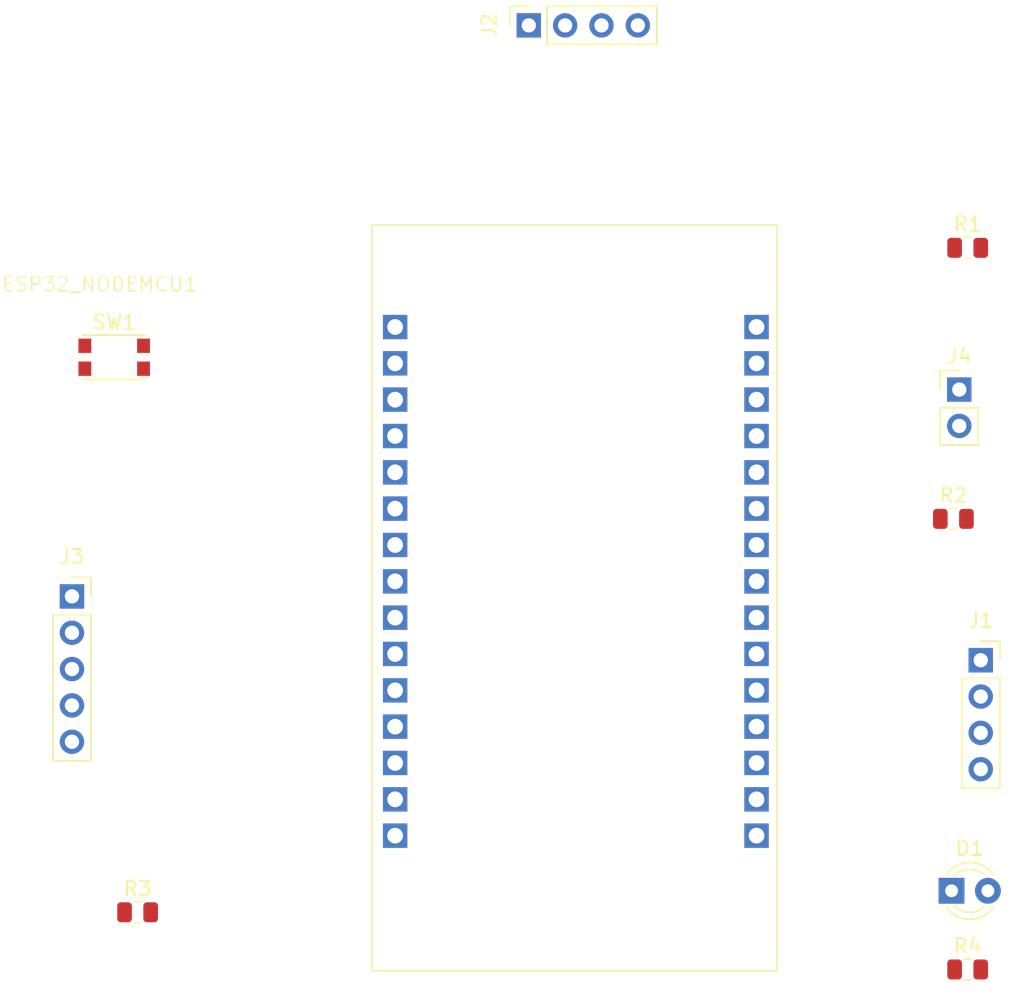
<source format=kicad_pcb>
(kicad_pcb (version 20240108) (generator "pcbnew") (generator_version "8.0")
  (title_block (title "IoT_Station"))
  (layers (0 "F.Cu" signal) (31 "B.Cu" signal) (34 "B.Paste" user) (35 "F.Paste" user) (36 "B.SilkS" user "B.Silkscreen") (37 "F.SilkS" user "F.Silkscreen") (38 "B.Mask" user) (39 "F.Mask" user) (44 "Edge.Cuts" user))
  (net 0 "")
  (net 23 "GND")
  (net 24 "Net-(D1-A)")
  (net 25 "SDA")
  (net 26 "3V3")
  (net 27 "5V")
  (net 28 "SCL")
  (net 29 "Net-(ESP32_NODEMCU1-D27)")
  (net 30 "SIG_PIR")
  (footprint "Connector_PinSocket_2.54mm:PinSocket_1x04_P2.54mm_Vertical" (layer "F.Cu") (at 140.42 47 90)
    (property "Reference" "J2" (at 0 -2.77 90) (layer "F.SilkS"))
    (property "Value" "PIR")
    (fp_line (start 1.33 -1.33) (end 1.33 0) (stroke (width 0.12)) (layer "F.SilkS"))
    (fp_line (start 0 -1.33) (end 1.33 -1.33) (stroke (width 0.12)) (layer "F.SilkS"))
    (fp_line (start 1.33 1.27) (end 1.33 8.95) (stroke (width 0.12)) (layer "F.SilkS"))
    (fp_line (start -1.33 1.27) (end 1.33 1.27) (stroke (width 0.12)) (layer "F.SilkS"))
    (fp_line (start -1.33 1.27) (end -1.33 8.95) (stroke (width 0.12)) (layer "F.SilkS"))
    (fp_line (start -1.33 8.95) (end 1.33 8.95) (stroke (width 0.12)) (layer "F.SilkS"))
    (pad "1" thru_hole rect (at 0 0 90) (size 1.7 1.7) (drill 1) (layers "*.Cu" "*.Mask" "In1.Cu" "In2.Cu" "In3.Cu" "In4.Cu" "In5.Cu" "In6.Cu" "In7.Cu" "In8.Cu" "In9.Cu" "In10.Cu" "In11.Cu" "In12.Cu" "In13.Cu" "In14.Cu" "In15.Cu" "In16.Cu" "In17.Cu" "In18.Cu" "In19.Cu" "In20.Cu" "In21.Cu" "In22.Cu" "In23.Cu" "In24.Cu" "In25.Cu" "In26.Cu" "In27.Cu" "In28.Cu" "In29.Cu" "In30.Cu") (net 23 "GND"))
    (pad "2" thru_hole oval (at 0 2.54 90) (size 1.7 1.7) (drill 1) (layers "*.Cu" "*.Mask" "In1.Cu" "In2.Cu" "In3.Cu" "In4.Cu" "In5.Cu" "In6.Cu" "In7.Cu" "In8.Cu" "In9.Cu" "In10.Cu" "In11.Cu" "In12.Cu" "In13.Cu" "In14.Cu" "In15.Cu" "In16.Cu" "In17.Cu" "In18.Cu" "In19.Cu" "In20.Cu" "In21.Cu" "In22.Cu" "In23.Cu" "In24.Cu" "In25.Cu" "In26.Cu" "In27.Cu" "In28.Cu" "In29.Cu" "In30.Cu") (net 27 "5V"))
    (pad "3" thru_hole oval (at 0 5.08 90) (size 1.7 1.7) (drill 1) (layers "*.Cu" "*.Mask" "In1.Cu" "In2.Cu" "In3.Cu" "In4.Cu" "In5.Cu" "In6.Cu" "In7.Cu" "In8.Cu" "In9.Cu" "In10.Cu" "In11.Cu" "In12.Cu" "In13.Cu" "In14.Cu" "In15.Cu" "In16.Cu" "In17.Cu" "In18.Cu" "In19.Cu" "In20.Cu" "In21.Cu" "In22.Cu" "In23.Cu" "In24.Cu" "In25.Cu" "In26.Cu" "In27.Cu" "In28.Cu" "In29.Cu" "In30.Cu") (net 23 "GND"))
    (pad "4" thru_hole oval (at 0 7.62 90) (size 1.7 1.7) (drill 1) (layers "*.Cu" "*.Mask" "In1.Cu" "In2.Cu" "In3.Cu" "In4.Cu" "In5.Cu" "In6.Cu" "In7.Cu" "In8.Cu" "In9.Cu" "In10.Cu" "In11.Cu" "In12.Cu" "In13.Cu" "In14.Cu" "In15.Cu" "In16.Cu" "In17.Cu" "In18.Cu" "In19.Cu" "In20.Cu" "In21.Cu" "In22.Cu" "In23.Cu" "In24.Cu" "In25.Cu" "In26.Cu" "In27.Cu" "In28.Cu" "In29.Cu" "In30.Cu") (net 30 "SIG_PIR"))
  )
  (footprint "Button_Switch_SMD:SW_Push_1P1T_NO_CK_KMR2" (layer "F.Cu") (at 111.45 70.2)
    (property "Reference" "SW1" (at 0 -2.45 0) (layer "F.SilkS"))
    (property "Value" "custom_button")
    (fp_line (start -2.2 0.05) (end -2.2 -0.05) (stroke (width 0.12)) (layer "F.SilkS"))
    (fp_line (start -2.2 1.55) (end 2.2 1.55) (stroke (width 0.12)) (layer "F.SilkS"))
    (fp_line (start 2.2 -1.55) (end -2.2 -1.55) (stroke (width 0.12)) (layer "F.SilkS"))
    (fp_line (start 2.2 0.05) (end 2.2 -0.05) (stroke (width 0.12)) (layer "F.SilkS"))
    (pad "1" smd rect (at -2.05 -0.8) (size 0.9 1) (layers "F.Cu" "F.Paste" "F.Mask") (net 26 "3V3"))
    (pad "1" smd rect (at 2.05 -0.8) (size 0.9 1) (layers "F.Cu" "F.Paste" "F.Mask") (net 26 "3V3"))
    (pad "2" smd rect (at -2.05 0.8) (size 0.9 1) (layers "F.Cu" "F.Paste" "F.Mask") (net 29 "Net-(ESP32_NODEMCU1-D27)"))
    (pad "2" smd rect (at 2.05 0.8) (size 0.9 1) (layers "F.Cu" "F.Paste" "F.Mask") (net 29 "Net-(ESP32_NODEMCU1-D27)"))
  )
  (footprint "Resistor_SMD:R_0805_2012Metric" (layer "F.Cu") (at 171.0875 62.55)
    (property "Reference" "R1" (at 0 -1.65 0) (layer "F.SilkS"))
    (property "Value" "10k")
    (fp_line (start -0.227064 -0.735) (end 0.227064 -0.735) (stroke (width 0.12)) (layer "F.SilkS"))
    (fp_line (start -0.227064 0.735) (end 0.227064 0.735) (stroke (width 0.12)) (layer "F.SilkS"))
    (pad "1" smd roundrect (at -0.9125 0) (size 1.025 1.4) (layers "F.Cu" "F.Paste" "F.Mask") (roundrect_rratio 0.243902) (net 27 "5V"))
    (pad "2" smd roundrect (at 0.9125 0) (size 1.025 1.4) (layers "F.Cu" "F.Paste" "F.Mask") (roundrect_rratio 0.243902) (net 28 "SCL"))
  )
  (footprint "Resistor_SMD:R_0805_2012Metric" (layer "F.Cu") (at 171.0875 113)
    (property "Reference" "R4" (at 0 -1.65 0) (layer "F.SilkS"))
    (property "Value" "1k")
    (fp_line (start -0.227064 -0.735) (end 0.227064 -0.735) (stroke (width 0.12)) (layer "F.SilkS"))
    (fp_line (start -0.227064 0.735) (end 0.227064 0.735) (stroke (width 0.12)) (layer "F.SilkS"))
    (pad "1" smd roundrect (at -0.9125 0) (size 1.025 1.4) (layers "F.Cu" "F.Paste" "F.Mask") (roundrect_rratio 0.243902) (net 27 "5V"))
    (pad "2" smd roundrect (at 0.9125 0) (size 1.025 1.4) (layers "F.Cu" "F.Paste" "F.Mask") (roundrect_rratio 0.243902) (net 24 "Net-(D1-A)"))
  )
  (footprint "LED_THT:LED_D3.0mm" (layer "F.Cu") (at 169.96 107.5)
    (property "Reference" "D1" (at 1.27 -2.96 0) (layer "F.SilkS"))
    (property "Value" "power_led")
    (fp_line (start -0.29 -1.236) (end -0.29 -1.08) (stroke (width 0.12)) (layer "F.SilkS"))
    (fp_line (start -0.29 1.08) (end -0.29 1.236) (stroke (width 0.12)) (layer "F.SilkS"))
    (fp_arc (start -0.29 -1.235516) (mid 1.365624 -1.987701) (end 2.941397 -1.080061) (stroke (width 0.12)) (layer "F.SilkS"))
    (fp_arc (start 0.229039 -1.08) (mid 1.269964 -1.5) (end 2.31091 -1.080049) (stroke (width 0.12)) (layer "F.SilkS"))
    (fp_arc (start 2.31091 1.080049) (mid 1.269964 1.5) (end 0.229039 1.08) (stroke (width 0.12)) (layer "F.SilkS"))
    (fp_arc (start 2.941397 1.080061) (mid 1.365624 1.987701) (end -0.29 1.235516) (stroke (width 0.12)) (layer "F.SilkS"))
    (pad "1" thru_hole rect (at 0 0) (size 1.8 1.8) (drill 0.9) (layers "*.Cu" "*.Mask" "In1.Cu" "In2.Cu" "In3.Cu" "In4.Cu" "In5.Cu" "In6.Cu" "In7.Cu" "In8.Cu" "In9.Cu" "In10.Cu" "In11.Cu" "In12.Cu" "In13.Cu" "In14.Cu" "In15.Cu" "In16.Cu" "In17.Cu" "In18.Cu" "In19.Cu" "In20.Cu" "In21.Cu" "In22.Cu" "In23.Cu" "In24.Cu" "In25.Cu" "In26.Cu" "In27.Cu" "In28.Cu" "In29.Cu" "In30.Cu") (net 23 "GND"))
    (pad "2" thru_hole circle (at 2.54 0) (size 1.8 1.8) (drill 0.9) (layers "*.Cu" "*.Mask" "In1.Cu" "In2.Cu" "In3.Cu" "In4.Cu" "In5.Cu" "In6.Cu" "In7.Cu" "In8.Cu" "In9.Cu" "In10.Cu" "In11.Cu" "In12.Cu" "In13.Cu" "In14.Cu" "In15.Cu" "In16.Cu" "In17.Cu" "In18.Cu" "In19.Cu" "In20.Cu" "In21.Cu" "In22.Cu" "In23.Cu" "In24.Cu" "In25.Cu" "In26.Cu" "In27.Cu" "In28.Cu" "In29.Cu" "In30.Cu") (net 24 "Net-(D1-A)"))
  )
  (footprint "_myLibrary:ESP32_NODEMCU" (layer "F.Cu") (at 129.4295 61.1)
    (property "Reference" "ESP32_NODEMCU1" (at -19 4 0) (layer "F.SilkS") (effects (font (thickness 0.1))))
    (property "Value" "ESP32_NODEMCU")
    (fp_rect (start 0.02 -0.14) (end 28.341 52) (stroke (width 0.1)) (fill none) (layer "F.SilkS"))
    (pad "1" thru_hole rect (at 1.651 6.985) (size 1.7 1.7) (drill 1.1) (layers "*.Cu" "*.Mask" "In1.Cu" "In2.Cu" "In3.Cu" "In4.Cu" "In5.Cu" "In6.Cu" "In7.Cu" "In8.Cu" "In9.Cu" "In10.Cu" "In11.Cu" "In12.Cu" "In13.Cu" "In14.Cu" "In15.Cu" "In16.Cu" "In17.Cu" "In18.Cu" "In19.Cu" "In20.Cu" "In21.Cu" "In22.Cu" "In23.Cu" "In24.Cu" "In25.Cu" "In26.Cu" "In27.Cu" "In28.Cu" "In29.Cu" "In30.Cu"))
    (pad "2" thru_hole rect (at 1.651 9.525) (size 1.7 1.7) (drill 1.1) (layers "*.Cu" "*.Mask" "In1.Cu" "In2.Cu" "In3.Cu" "In4.Cu" "In5.Cu" "In6.Cu" "In7.Cu" "In8.Cu" "In9.Cu" "In10.Cu" "In11.Cu" "In12.Cu" "In13.Cu" "In14.Cu" "In15.Cu" "In16.Cu" "In17.Cu" "In18.Cu" "In19.Cu" "In20.Cu" "In21.Cu" "In22.Cu" "In23.Cu" "In24.Cu" "In25.Cu" "In26.Cu" "In27.Cu" "In28.Cu" "In29.Cu" "In30.Cu"))
    (pad "3" thru_hole rect (at 1.651 12.065) (size 1.7 1.7) (drill 1.1) (layers "*.Cu" "*.Mask" "In1.Cu" "In2.Cu" "In3.Cu" "In4.Cu" "In5.Cu" "In6.Cu" "In7.Cu" "In8.Cu" "In9.Cu" "In10.Cu" "In11.Cu" "In12.Cu" "In13.Cu" "In14.Cu" "In15.Cu" "In16.Cu" "In17.Cu" "In18.Cu" "In19.Cu" "In20.Cu" "In21.Cu" "In22.Cu" "In23.Cu" "In24.Cu" "In25.Cu" "In26.Cu" "In27.Cu" "In28.Cu" "In29.Cu" "In30.Cu"))
    (pad "4" thru_hole rect (at 1.651 14.605) (size 1.7 1.7) (drill 1.1) (layers "*.Cu" "*.Mask" "In1.Cu" "In2.Cu" "In3.Cu" "In4.Cu" "In5.Cu" "In6.Cu" "In7.Cu" "In8.Cu" "In9.Cu" "In10.Cu" "In11.Cu" "In12.Cu" "In13.Cu" "In14.Cu" "In15.Cu" "In16.Cu" "In17.Cu" "In18.Cu" "In19.Cu" "In20.Cu" "In21.Cu" "In22.Cu" "In23.Cu" "In24.Cu" "In25.Cu" "In26.Cu" "In27.Cu" "In28.Cu" "In29.Cu" "In30.Cu"))
    (pad "5" thru_hole rect (at 1.651 17.145) (size 1.7 1.7) (drill 1.1) (layers "*.Cu" "*.Mask" "In1.Cu" "In2.Cu" "In3.Cu" "In4.Cu" "In5.Cu" "In6.Cu" "In7.Cu" "In8.Cu" "In9.Cu" "In10.Cu" "In11.Cu" "In12.Cu" "In13.Cu" "In14.Cu" "In15.Cu" "In16.Cu" "In17.Cu" "In18.Cu" "In19.Cu" "In20.Cu" "In21.Cu" "In22.Cu" "In23.Cu" "In24.Cu" "In25.Cu" "In26.Cu" "In27.Cu" "In28.Cu" "In29.Cu" "In30.Cu"))
    (pad "6" thru_hole rect (at 1.651 19.685) (size 1.7 1.7) (drill 1.1) (layers "*.Cu" "*.Mask" "In1.Cu" "In2.Cu" "In3.Cu" "In4.Cu" "In5.Cu" "In6.Cu" "In7.Cu" "In8.Cu" "In9.Cu" "In10.Cu" "In11.Cu" "In12.Cu" "In13.Cu" "In14.Cu" "In15.Cu" "In16.Cu" "In17.Cu" "In18.Cu" "In19.Cu" "In20.Cu" "In21.Cu" "In22.Cu" "In23.Cu" "In24.Cu" "In25.Cu" "In26.Cu" "In27.Cu" "In28.Cu" "In29.Cu" "In30.Cu"))
    (pad "7" thru_hole rect (at 1.651 22.225) (size 1.7 1.7) (drill 1.1) (layers "*.Cu" "*.Mask" "In1.Cu" "In2.Cu" "In3.Cu" "In4.Cu" "In5.Cu" "In6.Cu" "In7.Cu" "In8.Cu" "In9.Cu" "In10.Cu" "In11.Cu" "In12.Cu" "In13.Cu" "In14.Cu" "In15.Cu" "In16.Cu" "In17.Cu" "In18.Cu" "In19.Cu" "In20.Cu" "In21.Cu" "In22.Cu" "In23.Cu" "In24.Cu" "In25.Cu" "In26.Cu" "In27.Cu" "In28.Cu" "In29.Cu" "In30.Cu"))
    (pad "8" thru_hole rect (at 1.651 24.765) (size 1.7 1.7) (drill 1.1) (layers "*.Cu" "*.Mask" "In1.Cu" "In2.Cu" "In3.Cu" "In4.Cu" "In5.Cu" "In6.Cu" "In7.Cu" "In8.Cu" "In9.Cu" "In10.Cu" "In11.Cu" "In12.Cu" "In13.Cu" "In14.Cu" "In15.Cu" "In16.Cu" "In17.Cu" "In18.Cu" "In19.Cu" "In20.Cu" "In21.Cu" "In22.Cu" "In23.Cu" "In24.Cu" "In25.Cu" "In26.Cu" "In27.Cu" "In28.Cu" "In29.Cu" "In30.Cu"))
    (pad "9" thru_hole rect (at 1.651 27.305) (size 1.7 1.7) (drill 1.1) (layers "*.Cu" "*.Mask" "In1.Cu" "In2.Cu" "In3.Cu" "In4.Cu" "In5.Cu" "In6.Cu" "In7.Cu" "In8.Cu" "In9.Cu" "In10.Cu" "In11.Cu" "In12.Cu" "In13.Cu" "In14.Cu" "In15.Cu" "In16.Cu" "In17.Cu" "In18.Cu" "In19.Cu" "In20.Cu" "In21.Cu" "In22.Cu" "In23.Cu" "In24.Cu" "In25.Cu" "In26.Cu" "In27.Cu" "In28.Cu" "In29.Cu" "In30.Cu"))
    (pad "10" thru_hole rect (at 1.651 29.845) (size 1.7 1.7) (drill 1.1) (layers "*.Cu" "*.Mask" "In1.Cu" "In2.Cu" "In3.Cu" "In4.Cu" "In5.Cu" "In6.Cu" "In7.Cu" "In8.Cu" "In9.Cu" "In10.Cu" "In11.Cu" "In12.Cu" "In13.Cu" "In14.Cu" "In15.Cu" "In16.Cu" "In17.Cu" "In18.Cu" "In19.Cu" "In20.Cu" "In21.Cu" "In22.Cu" "In23.Cu" "In24.Cu" "In25.Cu" "In26.Cu" "In27.Cu" "In28.Cu" "In29.Cu" "In30.Cu") (net 29 "Net-(ESP32_NODEMCU1-D27)"))
    (pad "11" thru_hole rect (at 1.651 32.385) (size 1.7 1.7) (drill 1.1) (layers "*.Cu" "*.Mask" "In1.Cu" "In2.Cu" "In3.Cu" "In4.Cu" "In5.Cu" "In6.Cu" "In7.Cu" "In8.Cu" "In9.Cu" "In10.Cu" "In11.Cu" "In12.Cu" "In13.Cu" "In14.Cu" "In15.Cu" "In16.Cu" "In17.Cu" "In18.Cu" "In19.Cu" "In20.Cu" "In21.Cu" "In22.Cu" "In23.Cu" "In24.Cu" "In25.Cu" "In26.Cu" "In27.Cu" "In28.Cu" "In29.Cu" "In30.Cu"))
    (pad "12" thru_hole rect (at 1.651 34.925) (size 1.7 1.7) (drill 1.1) (layers "*.Cu" "*.Mask" "In1.Cu" "In2.Cu" "In3.Cu" "In4.Cu" "In5.Cu" "In6.Cu" "In7.Cu" "In8.Cu" "In9.Cu" "In10.Cu" "In11.Cu" "In12.Cu" "In13.Cu" "In14.Cu" "In15.Cu" "In16.Cu" "In17.Cu" "In18.Cu" "In19.Cu" "In20.Cu" "In21.Cu" "In22.Cu" "In23.Cu" "In24.Cu" "In25.Cu" "In26.Cu" "In27.Cu" "In28.Cu" "In29.Cu" "In30.Cu"))
    (pad "13" thru_hole rect (at 1.651 37.465) (size 1.7 1.7) (drill 1.1) (layers "*.Cu" "*.Mask" "In1.Cu" "In2.Cu" "In3.Cu" "In4.Cu" "In5.Cu" "In6.Cu" "In7.Cu" "In8.Cu" "In9.Cu" "In10.Cu" "In11.Cu" "In12.Cu" "In13.Cu" "In14.Cu" "In15.Cu" "In16.Cu" "In17.Cu" "In18.Cu" "In19.Cu" "In20.Cu" "In21.Cu" "In22.Cu" "In23.Cu" "In24.Cu" "In25.Cu" "In26.Cu" "In27.Cu" "In28.Cu" "In29.Cu" "In30.Cu"))
    (pad "14" thru_hole rect (at 1.651 40.005) (size 1.7 1.7) (drill 1.1) (layers "*.Cu" "*.Mask" "In1.Cu" "In2.Cu" "In3.Cu" "In4.Cu" "In5.Cu" "In6.Cu" "In7.Cu" "In8.Cu" "In9.Cu" "In10.Cu" "In11.Cu" "In12.Cu" "In13.Cu" "In14.Cu" "In15.Cu" "In16.Cu" "In17.Cu" "In18.Cu" "In19.Cu" "In20.Cu" "In21.Cu" "In22.Cu" "In23.Cu" "In24.Cu" "In25.Cu" "In26.Cu" "In27.Cu" "In28.Cu" "In29.Cu" "In30.Cu") (net 23 "GND"))
    (pad "15" thru_hole rect (at 1.651 42.545) (size 1.7 1.7) (drill 1.1) (layers "*.Cu" "*.Mask" "In1.Cu" "In2.Cu" "In3.Cu" "In4.Cu" "In5.Cu" "In6.Cu" "In7.Cu" "In8.Cu" "In9.Cu" "In10.Cu" "In11.Cu" "In12.Cu" "In13.Cu" "In14.Cu" "In15.Cu" "In16.Cu" "In17.Cu" "In18.Cu" "In19.Cu" "In20.Cu" "In21.Cu" "In22.Cu" "In23.Cu" "In24.Cu" "In25.Cu" "In26.Cu" "In27.Cu" "In28.Cu" "In29.Cu" "In30.Cu") (net 27 "5V"))
    (pad "16" thru_hole rect (at 26.903598 42.545) (size 1.7 1.7) (drill 1.1) (layers "*.Cu" "*.Mask" "In1.Cu" "In2.Cu" "In3.Cu" "In4.Cu" "In5.Cu" "In6.Cu" "In7.Cu" "In8.Cu" "In9.Cu" "In10.Cu" "In11.Cu" "In12.Cu" "In13.Cu" "In14.Cu" "In15.Cu" "In16.Cu" "In17.Cu" "In18.Cu" "In19.Cu" "In20.Cu" "In21.Cu" "In22.Cu" "In23.Cu" "In24.Cu" "In25.Cu" "In26.Cu" "In27.Cu" "In28.Cu" "In29.Cu" "In30.Cu") (net 26 "3V3"))
    (pad "17" thru_hole rect (at 26.903598 40.005) (size 1.7 1.7) (drill 1.1) (layers "*.Cu" "*.Mask" "In1.Cu" "In2.Cu" "In3.Cu" "In4.Cu" "In5.Cu" "In6.Cu" "In7.Cu" "In8.Cu" "In9.Cu" "In10.Cu" "In11.Cu" "In12.Cu" "In13.Cu" "In14.Cu" "In15.Cu" "In16.Cu" "In17.Cu" "In18.Cu" "In19.Cu" "In20.Cu" "In21.Cu" "In22.Cu" "In23.Cu" "In24.Cu" "In25.Cu" "In26.Cu" "In27.Cu" "In28.Cu" "In29.Cu" "In30.Cu") (net 23 "GND"))
    (pad "18" thru_hole rect (at 26.903598 37.465) (size 1.7 1.7) (drill 1.1) (layers "*.Cu" "*.Mask" "In1.Cu" "In2.Cu" "In3.Cu" "In4.Cu" "In5.Cu" "In6.Cu" "In7.Cu" "In8.Cu" "In9.Cu" "In10.Cu" "In11.Cu" "In12.Cu" "In13.Cu" "In14.Cu" "In15.Cu" "In16.Cu" "In17.Cu" "In18.Cu" "In19.Cu" "In20.Cu" "In21.Cu" "In22.Cu" "In23.Cu" "In24.Cu" "In25.Cu" "In26.Cu" "In27.Cu" "In28.Cu" "In29.Cu" "In30.Cu"))
    (pad "19" thru_hole rect (at 26.903598 34.925) (size 1.7 1.7) (drill 1.1) (layers "*.Cu" "*.Mask" "In1.Cu" "In2.Cu" "In3.Cu" "In4.Cu" "In5.Cu" "In6.Cu" "In7.Cu" "In8.Cu" "In9.Cu" "In10.Cu" "In11.Cu" "In12.Cu" "In13.Cu" "In14.Cu" "In15.Cu" "In16.Cu" "In17.Cu" "In18.Cu" "In19.Cu" "In20.Cu" "In21.Cu" "In22.Cu" "In23.Cu" "In24.Cu" "In25.Cu" "In26.Cu" "In27.Cu" "In28.Cu" "In29.Cu" "In30.Cu"))
    (pad "20" thru_hole rect (at 26.903598 32.385) (size 1.7 1.7) (drill 1.1) (layers "*.Cu" "*.Mask" "In1.Cu" "In2.Cu" "In3.Cu" "In4.Cu" "In5.Cu" "In6.Cu" "In7.Cu" "In8.Cu" "In9.Cu" "In10.Cu" "In11.Cu" "In12.Cu" "In13.Cu" "In14.Cu" "In15.Cu" "In16.Cu" "In17.Cu" "In18.Cu" "In19.Cu" "In20.Cu" "In21.Cu" "In22.Cu" "In23.Cu" "In24.Cu" "In25.Cu" "In26.Cu" "In27.Cu" "In28.Cu" "In29.Cu" "In30.Cu"))
    (pad "21" thru_hole rect (at 26.903598 29.845) (size 1.7 1.7) (drill 1.1) (layers "*.Cu" "*.Mask" "In1.Cu" "In2.Cu" "In3.Cu" "In4.Cu" "In5.Cu" "In6.Cu" "In7.Cu" "In8.Cu" "In9.Cu" "In10.Cu" "In11.Cu" "In12.Cu" "In13.Cu" "In14.Cu" "In15.Cu" "In16.Cu" "In17.Cu" "In18.Cu" "In19.Cu" "In20.Cu" "In21.Cu" "In22.Cu" "In23.Cu" "In24.Cu" "In25.Cu" "In26.Cu" "In27.Cu" "In28.Cu" "In29.Cu" "In30.Cu"))
    (pad "22" thru_hole rect (at 26.903598 27.305) (size 1.7 1.7) (drill 1.1) (layers "*.Cu" "*.Mask" "In1.Cu" "In2.Cu" "In3.Cu" "In4.Cu" "In5.Cu" "In6.Cu" "In7.Cu" "In8.Cu" "In9.Cu" "In10.Cu" "In11.Cu" "In12.Cu" "In13.Cu" "In14.Cu" "In15.Cu" "In16.Cu" "In17.Cu" "In18.Cu" "In19.Cu" "In20.Cu" "In21.Cu" "In22.Cu" "In23.Cu" "In24.Cu" "In25.Cu" "In26.Cu" "In27.Cu" "In28.Cu" "In29.Cu" "In30.Cu"))
    (pad "23" thru_hole rect (at 26.903598 24.765) (size 1.7 1.7) (drill 1.1) (layers "*.Cu" "*.Mask" "In1.Cu" "In2.Cu" "In3.Cu" "In4.Cu" "In5.Cu" "In6.Cu" "In7.Cu" "In8.Cu" "In9.Cu" "In10.Cu" "In11.Cu" "In12.Cu" "In13.Cu" "In14.Cu" "In15.Cu" "In16.Cu" "In17.Cu" "In18.Cu" "In19.Cu" "In20.Cu" "In21.Cu" "In22.Cu" "In23.Cu" "In24.Cu" "In25.Cu" "In26.Cu" "In27.Cu" "In28.Cu" "In29.Cu" "In30.Cu"))
    (pad "24" thru_hole rect (at 26.903598 22.225) (size 1.7 1.7) (drill 1.1) (layers "*.Cu" "*.Mask" "In1.Cu" "In2.Cu" "In3.Cu" "In4.Cu" "In5.Cu" "In6.Cu" "In7.Cu" "In8.Cu" "In9.Cu" "In10.Cu" "In11.Cu" "In12.Cu" "In13.Cu" "In14.Cu" "In15.Cu" "In16.Cu" "In17.Cu" "In18.Cu" "In19.Cu" "In20.Cu" "In21.Cu" "In22.Cu" "In23.Cu" "In24.Cu" "In25.Cu" "In26.Cu" "In27.Cu" "In28.Cu" "In29.Cu" "In30.Cu"))
    (pad "25" thru_hole rect (at 26.903598 19.685) (size 1.7 1.7) (drill 1.1) (layers "*.Cu" "*.Mask" "In1.Cu" "In2.Cu" "In3.Cu" "In4.Cu" "In5.Cu" "In6.Cu" "In7.Cu" "In8.Cu" "In9.Cu" "In10.Cu" "In11.Cu" "In12.Cu" "In13.Cu" "In14.Cu" "In15.Cu" "In16.Cu" "In17.Cu" "In18.Cu" "In19.Cu" "In20.Cu" "In21.Cu" "In22.Cu" "In23.Cu" "In24.Cu" "In25.Cu" "In26.Cu" "In27.Cu" "In28.Cu" "In29.Cu" "In30.Cu") (net 30 "SIG_PIR"))
    (pad "26" thru_hole rect (at 26.903598 17.145) (size 1.7 1.7) (drill 1.1) (layers "*.Cu" "*.Mask" "In1.Cu" "In2.Cu" "In3.Cu" "In4.Cu" "In5.Cu" "In6.Cu" "In7.Cu" "In8.Cu" "In9.Cu" "In10.Cu" "In11.Cu" "In12.Cu" "In13.Cu" "In14.Cu" "In15.Cu" "In16.Cu" "In17.Cu" "In18.Cu" "In19.Cu" "In20.Cu" "In21.Cu" "In22.Cu" "In23.Cu" "In24.Cu" "In25.Cu" "In26.Cu" "In27.Cu" "In28.Cu" "In29.Cu" "In30.Cu") (net 25 "SDA"))
    (pad "27" thru_hole rect (at 26.903598 14.605) (size 1.7 1.7) (drill 1.1) (layers "*.Cu" "*.Mask" "In1.Cu" "In2.Cu" "In3.Cu" "In4.Cu" "In5.Cu" "In6.Cu" "In7.Cu" "In8.Cu" "In9.Cu" "In10.Cu" "In11.Cu" "In12.Cu" "In13.Cu" "In14.Cu" "In15.Cu" "In16.Cu" "In17.Cu" "In18.Cu" "In19.Cu" "In20.Cu" "In21.Cu" "In22.Cu" "In23.Cu" "In24.Cu" "In25.Cu" "In26.Cu" "In27.Cu" "In28.Cu" "In29.Cu" "In30.Cu"))
    (pad "28" thru_hole rect (at 26.903598 12.065) (size 1.7 1.7) (drill 1.1) (layers "*.Cu" "*.Mask" "In1.Cu" "In2.Cu" "In3.Cu" "In4.Cu" "In5.Cu" "In6.Cu" "In7.Cu" "In8.Cu" "In9.Cu" "In10.Cu" "In11.Cu" "In12.Cu" "In13.Cu" "In14.Cu" "In15.Cu" "In16.Cu" "In17.Cu" "In18.Cu" "In19.Cu" "In20.Cu" "In21.Cu" "In22.Cu" "In23.Cu" "In24.Cu" "In25.Cu" "In26.Cu" "In27.Cu" "In28.Cu" "In29.Cu" "In30.Cu"))
    (pad "29" thru_hole rect (at 26.903598 9.525) (size 1.7 1.7) (drill 1.1) (layers "*.Cu" "*.Mask" "In1.Cu" "In2.Cu" "In3.Cu" "In4.Cu" "In5.Cu" "In6.Cu" "In7.Cu" "In8.Cu" "In9.Cu" "In10.Cu" "In11.Cu" "In12.Cu" "In13.Cu" "In14.Cu" "In15.Cu" "In16.Cu" "In17.Cu" "In18.Cu" "In19.Cu" "In20.Cu" "In21.Cu" "In22.Cu" "In23.Cu" "In24.Cu" "In25.Cu" "In26.Cu" "In27.Cu" "In28.Cu" "In29.Cu" "In30.Cu") (net 28 "SCL"))
    (pad "30" thru_hole rect (at 26.903598 6.985) (size 1.7 1.7) (drill 1.1) (layers "*.Cu" "*.Mask" "In1.Cu" "In2.Cu" "In3.Cu" "In4.Cu" "In5.Cu" "In6.Cu" "In7.Cu" "In8.Cu" "In9.Cu" "In10.Cu" "In11.Cu" "In12.Cu" "In13.Cu" "In14.Cu" "In15.Cu" "In16.Cu" "In17.Cu" "In18.Cu" "In19.Cu" "In20.Cu" "In21.Cu" "In22.Cu" "In23.Cu" "In24.Cu" "In25.Cu" "In26.Cu" "In27.Cu" "In28.Cu" "In29.Cu" "In30.Cu"))
  )
  (footprint "Resistor_SMD:R_0805_2012Metric" (layer "F.Cu") (at 170.0875 81.5)
    (property "Reference" "R2" (at 0 -1.65 0) (layer "F.SilkS"))
    (property "Value" "10k")
    (fp_line (start -0.227064 -0.735) (end 0.227064 -0.735) (stroke (width 0.12)) (layer "F.SilkS"))
    (fp_line (start -0.227064 0.735) (end 0.227064 0.735) (stroke (width 0.12)) (layer "F.SilkS"))
    (pad "1" smd roundrect (at -0.9125 0) (size 1.025 1.4) (layers "F.Cu" "F.Paste" "F.Mask") (roundrect_rratio 0.243902) (net 27 "5V"))
    (pad "2" smd roundrect (at 0.9125 0) (size 1.025 1.4) (layers "F.Cu" "F.Paste" "F.Mask") (roundrect_rratio 0.243902) (net 25 "SDA"))
  )
  (footprint "Connector_PinHeader_2.54mm:PinHeader_1x02_P2.54mm_Vertical" (layer "F.Cu") (at 170.5 72.46)
    (property "Reference" "J4" (at 0 -2.33 0) (layer "F.SilkS"))
    (property "Value" "I2C")
    (fp_line (start -1.33 -1.33) (end 0 -1.33) (stroke (width 0.12)) (layer "F.SilkS"))
    (fp_line (start -1.33 0) (end -1.33 -1.33) (stroke (width 0.12)) (layer "F.SilkS"))
    (fp_line (start -1.33 1.27) (end -1.33 3.87) (stroke (width 0.12)) (layer "F.SilkS"))
    (fp_line (start -1.33 1.27) (end 1.33 1.27) (stroke (width 0.12)) (layer "F.SilkS"))
    (fp_line (start -1.33 3.87) (end 1.33 3.87) (stroke (width 0.12)) (layer "F.SilkS"))
    (fp_line (start 1.33 1.27) (end 1.33 3.87) (stroke (width 0.12)) (layer "F.SilkS"))
    (pad "1" thru_hole rect (at 0 0) (size 1.7 1.7) (drill 1) (layers "*.Cu" "*.Mask" "In1.Cu" "In2.Cu" "In3.Cu" "In4.Cu" "In5.Cu" "In6.Cu" "In7.Cu" "In8.Cu" "In9.Cu" "In10.Cu" "In11.Cu" "In12.Cu" "In13.Cu" "In14.Cu" "In15.Cu" "In16.Cu" "In17.Cu" "In18.Cu" "In19.Cu" "In20.Cu" "In21.Cu" "In22.Cu" "In23.Cu" "In24.Cu" "In25.Cu" "In26.Cu" "In27.Cu" "In28.Cu" "In29.Cu" "In30.Cu") (net 28 "SCL"))
    (pad "2" thru_hole oval (at 0 2.54) (size 1.7 1.7) (drill 1) (layers "*.Cu" "*.Mask" "In1.Cu" "In2.Cu" "In3.Cu" "In4.Cu" "In5.Cu" "In6.Cu" "In7.Cu" "In8.Cu" "In9.Cu" "In10.Cu" "In11.Cu" "In12.Cu" "In13.Cu" "In14.Cu" "In15.Cu" "In16.Cu" "In17.Cu" "In18.Cu" "In19.Cu" "In20.Cu" "In21.Cu" "In22.Cu" "In23.Cu" "In24.Cu" "In25.Cu" "In26.Cu" "In27.Cu" "In28.Cu" "In29.Cu" "In30.Cu") (net 25 "SDA"))
  )
  (footprint "Resistor_SMD:R_0805_2012Metric" (layer "F.Cu") (at 113.0875 109)
    (property "Reference" "R3" (at 0 -1.65 0) (layer "F.SilkS"))
    (property "Value" "1k")
    (fp_line (start -0.227064 -0.735) (end 0.227064 -0.735) (stroke (width 0.12)) (layer "F.SilkS"))
    (fp_line (start -0.227064 0.735) (end 0.227064 0.735) (stroke (width 0.12)) (layer "F.SilkS"))
    (pad "1" smd roundrect (at -0.9125 0) (size 1.025 1.4) (layers "F.Cu" "F.Paste" "F.Mask") (roundrect_rratio 0.243902) (net 29 "Net-(ESP32_NODEMCU1-D27)"))
    (pad "2" smd roundrect (at 0.9125 0) (size 1.025 1.4) (layers "F.Cu" "F.Paste" "F.Mask") (roundrect_rratio 0.243902) (net 23 "GND"))
  )
  (footprint "Connector_PinSocket_2.54mm:PinSocket_1x05_P2.54mm_Vertical" (layer "F.Cu") (at 108.5 86.92)
    (property "Reference" "J3" (at 0 -2.77 0) (layer "F.SilkS"))
    (property "Value" "BH1750")
    (fp_line (start -1.33 1.27) (end -1.33 11.49) (stroke (width 0.12)) (layer "F.SilkS"))
    (fp_line (start -1.33 1.27) (end 1.33 1.27) (stroke (width 0.12)) (layer "F.SilkS"))
    (fp_line (start -1.33 11.49) (end 1.33 11.49) (stroke (width 0.12)) (layer "F.SilkS"))
    (fp_line (start 0 -1.33) (end 1.33 -1.33) (stroke (width 0.12)) (layer "F.SilkS"))
    (fp_line (start 1.33 -1.33) (end 1.33 0) (stroke (width 0.12)) (layer "F.SilkS"))
    (fp_line (start 1.33 1.27) (end 1.33 11.49) (stroke (width 0.12)) (layer "F.SilkS"))
    (pad "1" thru_hole rect (at 0 0) (size 1.7 1.7) (drill 1) (layers "*.Cu" "*.Mask" "In1.Cu" "In2.Cu" "In3.Cu" "In4.Cu" "In5.Cu" "In6.Cu" "In7.Cu" "In8.Cu" "In9.Cu" "In10.Cu" "In11.Cu" "In12.Cu" "In13.Cu" "In14.Cu" "In15.Cu" "In16.Cu" "In17.Cu" "In18.Cu" "In19.Cu" "In20.Cu" "In21.Cu" "In22.Cu" "In23.Cu" "In24.Cu" "In25.Cu" "In26.Cu" "In27.Cu" "In28.Cu" "In29.Cu" "In30.Cu") (net 27 "5V"))
    (pad "2" thru_hole oval (at 0 2.54) (size 1.7 1.7) (drill 1) (layers "*.Cu" "*.Mask" "In1.Cu" "In2.Cu" "In3.Cu" "In4.Cu" "In5.Cu" "In6.Cu" "In7.Cu" "In8.Cu" "In9.Cu" "In10.Cu" "In11.Cu" "In12.Cu" "In13.Cu" "In14.Cu" "In15.Cu" "In16.Cu" "In17.Cu" "In18.Cu" "In19.Cu" "In20.Cu" "In21.Cu" "In22.Cu" "In23.Cu" "In24.Cu" "In25.Cu" "In26.Cu" "In27.Cu" "In28.Cu" "In29.Cu" "In30.Cu") (net 23 "GND"))
    (pad "3" thru_hole oval (at 0 5.08) (size 1.7 1.7) (drill 1) (layers "*.Cu" "*.Mask" "In1.Cu" "In2.Cu" "In3.Cu" "In4.Cu" "In5.Cu" "In6.Cu" "In7.Cu" "In8.Cu" "In9.Cu" "In10.Cu" "In11.Cu" "In12.Cu" "In13.Cu" "In14.Cu" "In15.Cu" "In16.Cu" "In17.Cu" "In18.Cu" "In19.Cu" "In20.Cu" "In21.Cu" "In22.Cu" "In23.Cu" "In24.Cu" "In25.Cu" "In26.Cu" "In27.Cu" "In28.Cu" "In29.Cu" "In30.Cu") (net 28 "SCL"))
    (pad "4" thru_hole oval (at 0 7.62) (size 1.7 1.7) (drill 1) (layers "*.Cu" "*.Mask" "In1.Cu" "In2.Cu" "In3.Cu" "In4.Cu" "In5.Cu" "In6.Cu" "In7.Cu" "In8.Cu" "In9.Cu" "In10.Cu" "In11.Cu" "In12.Cu" "In13.Cu" "In14.Cu" "In15.Cu" "In16.Cu" "In17.Cu" "In18.Cu" "In19.Cu" "In20.Cu" "In21.Cu" "In22.Cu" "In23.Cu" "In24.Cu" "In25.Cu" "In26.Cu" "In27.Cu" "In28.Cu" "In29.Cu" "In30.Cu") (net 25 "SDA"))
    (pad "5" thru_hole oval (at 0 10.16) (size 1.7 1.7) (drill 1) (layers "*.Cu" "*.Mask" "In1.Cu" "In2.Cu" "In3.Cu" "In4.Cu" "In5.Cu" "In6.Cu" "In7.Cu" "In8.Cu" "In9.Cu" "In10.Cu" "In11.Cu" "In12.Cu" "In13.Cu" "In14.Cu" "In15.Cu" "In16.Cu" "In17.Cu" "In18.Cu" "In19.Cu" "In20.Cu" "In21.Cu" "In22.Cu" "In23.Cu" "In24.Cu" "In25.Cu" "In26.Cu" "In27.Cu" "In28.Cu" "In29.Cu" "In30.Cu") (net 23 "GND"))
  )
  (footprint "Connector_PinSocket_2.54mm:PinSocket_1x04_P2.54mm_Vertical" (layer "F.Cu") (at 172 91.38)
    (property "Reference" "J1" (at 0 -2.77 0) (layer "F.SilkS"))
    (property "Value" "SHTC3")
    (fp_line (start -1.33 1.27) (end -1.33 8.95) (stroke (width 0.12)) (layer "F.SilkS"))
    (fp_line (start -1.33 1.27) (end 1.33 1.27) (stroke (width 0.12)) (layer "F.SilkS"))
    (fp_line (start -1.33 8.95) (end 1.33 8.95) (stroke (width 0.12)) (layer "F.SilkS"))
    (fp_line (start 0 -1.33) (end 1.33 -1.33) (stroke (width 0.12)) (layer "F.SilkS"))
    (fp_line (start 1.33 -1.33) (end 1.33 0) (stroke (width 0.12)) (layer "F.SilkS"))
    (fp_line (start 1.33 1.27) (end 1.33 8.95) (stroke (width 0.12)) (layer "F.SilkS"))
    (pad "1" thru_hole rect (at 0 0) (size 1.7 1.7) (drill 1) (layers "*.Cu" "*.Mask" "In1.Cu" "In2.Cu" "In3.Cu" "In4.Cu" "In5.Cu" "In6.Cu" "In7.Cu" "In8.Cu" "In9.Cu" "In10.Cu" "In11.Cu" "In12.Cu" "In13.Cu" "In14.Cu" "In15.Cu" "In16.Cu" "In17.Cu" "In18.Cu" "In19.Cu" "In20.Cu" "In21.Cu" "In22.Cu" "In23.Cu" "In24.Cu" "In25.Cu" "In26.Cu" "In27.Cu" "In28.Cu" "In29.Cu" "In30.Cu") (net 28 "SCL"))
    (pad "2" thru_hole oval (at 0 2.54) (size 1.7 1.7) (drill 1) (layers "*.Cu" "*.Mask" "In1.Cu" "In2.Cu" "In3.Cu" "In4.Cu" "In5.Cu" "In6.Cu" "In7.Cu" "In8.Cu" "In9.Cu" "In10.Cu" "In11.Cu" "In12.Cu" "In13.Cu" "In14.Cu" "In15.Cu" "In16.Cu" "In17.Cu" "In18.Cu" "In19.Cu" "In20.Cu" "In21.Cu" "In22.Cu" "In23.Cu" "In24.Cu" "In25.Cu" "In26.Cu" "In27.Cu" "In28.Cu" "In29.Cu" "In30.Cu") (net 25 "SDA"))
    (pad "3" thru_hole oval (at 0 5.08) (size 1.7 1.7) (drill 1) (layers "*.Cu" "*.Mask" "In1.Cu" "In2.Cu" "In3.Cu" "In4.Cu" "In5.Cu" "In6.Cu" "In7.Cu" "In8.Cu" "In9.Cu" "In10.Cu" "In11.Cu" "In12.Cu" "In13.Cu" "In14.Cu" "In15.Cu" "In16.Cu" "In17.Cu" "In18.Cu" "In19.Cu" "In20.Cu" "In21.Cu" "In22.Cu" "In23.Cu" "In24.Cu" "In25.Cu" "In26.Cu" "In27.Cu" "In28.Cu" "In29.Cu" "In30.Cu") (net 27 "5V"))
    (pad "4" thru_hole oval (at 0 7.62) (size 1.7 1.7) (drill 1) (layers "*.Cu" "*.Mask" "In1.Cu" "In2.Cu" "In3.Cu" "In4.Cu" "In5.Cu" "In6.Cu" "In7.Cu" "In8.Cu" "In9.Cu" "In10.Cu" "In11.Cu" "In12.Cu" "In13.Cu" "In14.Cu" "In15.Cu" "In16.Cu" "In17.Cu" "In18.Cu" "In19.Cu" "In20.Cu" "In21.Cu" "In22.Cu" "In23.Cu" "In24.Cu" "In25.Cu" "In26.Cu" "In27.Cu" "In28.Cu" "In29.Cu" "In30.Cu") (net 23 "GND"))
  )
)
</source>
